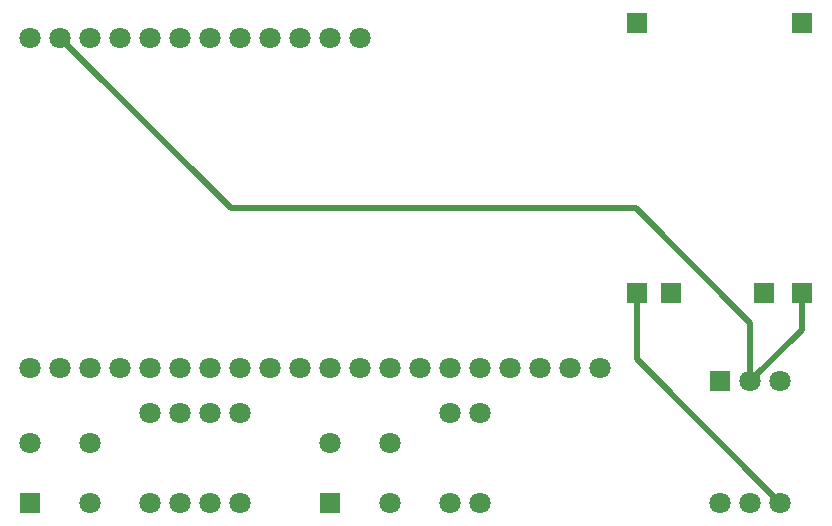
<source format=gtl>
%TF.GenerationSoftware,KiCad,Pcbnew,9.0.0*%
%TF.CreationDate,2025-03-26T13:51:14-07:00*%
%TF.ProjectId,tag_v2,7461675f-7632-42e6-9b69-6361645f7063,v0.4*%
%TF.SameCoordinates,Original*%
%TF.FileFunction,Copper,L1,Top*%
%TF.FilePolarity,Positive*%
%FSLAX46Y46*%
G04 Gerber Fmt 4.6, Leading zero omitted, Abs format (unit mm)*
G04 Created by KiCad (PCBNEW 9.0.0) date 2025-03-26 13:51:14*
%MOMM*%
%LPD*%
G01*
G04 APERTURE LIST*
%TA.AperFunction,ComponentPad*%
%ADD10C,1.800000*%
%TD*%
%TA.AperFunction,ComponentPad*%
%ADD11R,1.800000X1.800000*%
%TD*%
%TA.AperFunction,Conductor*%
%ADD12C,0.500000*%
%TD*%
G04 APERTURE END LIST*
D10*
%TO.P,ESP32_UWB1,1,3V3*%
%TO.N,Net-(ESP32_UWB1-3V3)*%
X115570000Y-111760000D03*
%TO.P,ESP32_UWB1,2,GND*%
%TO.N,unconnected-(ESP32_UWB1-GND-Pad2)*%
X118110000Y-111760000D03*
%TO.P,ESP32_UWB1,3,RST*%
%TO.N,unconnected-(ESP32_UWB1-RST-Pad3)*%
X120650000Y-111760000D03*
%TO.P,ESP32_UWB1,4,GND*%
%TO.N,unconnected-(ESP32_UWB1-GND-Pad4)*%
X123190000Y-111760000D03*
%TO.P,ESP32_UWB1,5,IO2*%
%TO.N,Net-(ESP32_UWB1-IO2)*%
X125730000Y-111760000D03*
%TO.P,ESP32_UWB1,6,IO12*%
%TO.N,Net-(ESP32_UWB1-IO12)*%
X128270000Y-111760000D03*
%TO.P,ESP32_UWB1,7,IO13*%
%TO.N,Net-(ESP32_UWB1-IO13)*%
X130810000Y-111760000D03*
%TO.P,ESP32_UWB1,8,IO14*%
%TO.N,Net-(ESP32_UWB1-IO14)*%
X133350000Y-111760000D03*
%TO.P,ESP32_UWB1,9,IO15*%
%TO.N,unconnected-(ESP32_UWB1-IO15-Pad9)*%
X135890000Y-111760000D03*
%TO.P,ESP32_UWB1,10,IO18*%
%TO.N,unconnected-(ESP32_UWB1-IO18-Pad10)*%
X138430000Y-111760000D03*
%TO.P,ESP32_UWB1,11,IO19*%
%TO.N,unconnected-(ESP32_UWB1-IO19-Pad11)*%
X140970000Y-111760000D03*
%TO.P,ESP32_UWB1,12,IO25*%
%TO.N,unconnected-(ESP32_UWB1-IO25-Pad12)*%
X143510000Y-111760000D03*
%TO.P,ESP32_UWB1,13,IO26*%
%TO.N,unconnected-(ESP32_UWB1-IO26-Pad13)*%
X146050000Y-111760000D03*
%TO.P,ESP32_UWB1,14,IO27*%
%TO.N,unconnected-(ESP32_UWB1-IO27-Pad14)*%
X148590000Y-111760000D03*
%TO.P,ESP32_UWB1,15,IO32*%
%TO.N,Net-(ESP32_UWB1-IO32)*%
X151130000Y-111760000D03*
%TO.P,ESP32_UWB1,16,IO33*%
%TO.N,unconnected-(ESP32_UWB1-IO33-Pad16)*%
X153670000Y-111760000D03*
%TO.P,ESP32_UWB1,17,IO34*%
%TO.N,unconnected-(ESP32_UWB1-IO34-Pad17)*%
X156210000Y-111760000D03*
%TO.P,ESP32_UWB1,18,IO35*%
%TO.N,unconnected-(ESP32_UWB1-IO35-Pad18)*%
X158750000Y-111760000D03*
%TO.P,ESP32_UWB1,19,IO36*%
%TO.N,unconnected-(ESP32_UWB1-IO36-Pad19)*%
X161290000Y-111760000D03*
%TO.P,ESP32_UWB1,20,IO39*%
%TO.N,unconnected-(ESP32_UWB1-IO39-Pad20)*%
X163830000Y-111760000D03*
%TO.P,ESP32_UWB1,21,5V0*%
%TO.N,Net-(5V_DC_DC_Converter1-OUT)*%
X115570000Y-83820000D03*
%TO.P,ESP32_UWB1,22,GND*%
%TO.N,Net-(5V_DC_DC_Converter1-GND)*%
X118110000Y-83820000D03*
%TO.P,ESP32_UWB1,23,IO3*%
%TO.N,unconnected-(ESP32_UWB1-IO3-Pad23)*%
X120650000Y-83820000D03*
%TO.P,ESP32_UWB1,24,IO1*%
%TO.N,unconnected-(ESP32_UWB1-IO1-Pad24)*%
X123190000Y-83820000D03*
%TO.P,ESP32_UWB1,25,IO0*%
%TO.N,unconnected-(ESP32_UWB1-IO0-Pad25)*%
X125730000Y-83820000D03*
%TO.P,ESP32_UWB1,26,IO4*%
%TO.N,unconnected-(ESP32_UWB1-IO4-Pad26)*%
X128270000Y-83820000D03*
%TO.P,ESP32_UWB1,27,IO5*%
%TO.N,unconnected-(ESP32_UWB1-IO5-Pad27)*%
X130810000Y-83820000D03*
%TO.P,ESP32_UWB1,28,IO16*%
%TO.N,unconnected-(ESP32_UWB1-IO16-Pad28)*%
X133350000Y-83820000D03*
%TO.P,ESP32_UWB1,29,IO17*%
%TO.N,unconnected-(ESP32_UWB1-IO17-Pad29)*%
X135890000Y-83820000D03*
%TO.P,ESP32_UWB1,30,IO21*%
%TO.N,unconnected-(ESP32_UWB1-IO21-Pad30)*%
X138430000Y-83820000D03*
%TO.P,ESP32_UWB1,31,IO22*%
%TO.N,unconnected-(ESP32_UWB1-IO22-Pad31)*%
X140970000Y-83820000D03*
%TO.P,ESP32_UWB1,32,IO23*%
%TO.N,unconnected-(ESP32_UWB1-IO23-Pad32)*%
X143510000Y-83820000D03*
%TD*%
%TO.P,R1,1*%
%TO.N,Net-(RGB_LED_SQUARE1-R)*%
X125730000Y-123190000D03*
%TO.P,R1,2*%
%TO.N,Net-(ESP32_UWB1-IO2)*%
X125730000Y-115570000D03*
%TD*%
%TO.P,R2,1*%
%TO.N,Net-(RGB_LED_SQUARE1-G)*%
X128270000Y-123190000D03*
%TO.P,R2,2*%
%TO.N,Net-(ESP32_UWB1-IO12)*%
X128270000Y-115570000D03*
%TD*%
%TO.P,R4,1*%
%TO.N,Net-(RGB_LED_SQUARE2-G)*%
X133350000Y-123190000D03*
%TO.P,R4,2*%
%TO.N,Net-(ESP32_UWB1-IO14)*%
X133350000Y-115570000D03*
%TD*%
%TO.P,R3,1*%
%TO.N,Net-(RGB_LED_SQUARE2-R)*%
X130810000Y-123190000D03*
%TO.P,R3,2*%
%TO.N,Net-(ESP32_UWB1-IO13)*%
X130810000Y-115570000D03*
%TD*%
%TO.P,R6,1*%
%TO.N,Net-(5V_DC_DC_Converter1-GND)*%
X151130000Y-123190000D03*
%TO.P,R6,2*%
%TO.N,Net-(ESP32_UWB1-IO32)*%
X151130000Y-115570000D03*
%TD*%
%TO.P,ON_OFF_SWITCH1,1*%
%TO.N,unconnected-(ON_OFF_SWITCH1-Pad1)*%
X173990000Y-123190000D03*
%TO.P,ON_OFF_SWITCH1,2*%
%TO.N,Net-(5V_DC_DC_Converter1-IN)*%
X176530000Y-123190000D03*
%TO.P,ON_OFF_SWITCH1,3*%
%TO.N,Net-(Battery_Charger1-OUT+)*%
X179070000Y-123190000D03*
%TD*%
D11*
%TO.P,RGB_LED_SQUARE1,1,VCC*%
%TO.N,Net-(ESP32_UWB1-3V3)*%
X115570000Y-123190000D03*
D10*
%TO.P,RGB_LED_SQUARE1,2,R*%
%TO.N,Net-(RGB_LED_SQUARE1-R)*%
X115570000Y-118110000D03*
%TO.P,RGB_LED_SQUARE1,3,G*%
%TO.N,Net-(RGB_LED_SQUARE1-G)*%
X120650000Y-118110000D03*
%TO.P,RGB_LED_SQUARE1,4,B*%
%TO.N,unconnected-(RGB_LED_SQUARE1-B-Pad4)*%
X120650000Y-123190000D03*
%TD*%
%TO.P,R5,1*%
%TO.N,Net-(5V_DC_DC_Converter1-IN)*%
X153670000Y-123190000D03*
%TO.P,R5,2*%
%TO.N,Net-(ESP32_UWB1-IO32)*%
X153670000Y-115570000D03*
%TD*%
D11*
%TO.P,RGB_LED_SQUARE2,1,VCC*%
%TO.N,Net-(ESP32_UWB1-3V3)*%
X140970000Y-123190000D03*
D10*
%TO.P,RGB_LED_SQUARE2,2,R*%
%TO.N,Net-(RGB_LED_SQUARE2-R)*%
X140970000Y-118110000D03*
%TO.P,RGB_LED_SQUARE2,3,G*%
%TO.N,Net-(RGB_LED_SQUARE2-G)*%
X146050000Y-118110000D03*
%TO.P,RGB_LED_SQUARE2,4,B*%
%TO.N,unconnected-(RGB_LED_SQUARE2-B-Pad4)*%
X146050000Y-123190000D03*
%TD*%
D11*
%TO.P,5V_DC_DC_Converter1,1,IN*%
%TO.N,Net-(5V_DC_DC_Converter1-IN)*%
X173990000Y-112900000D03*
D10*
%TO.P,5V_DC_DC_Converter1,2,GND*%
%TO.N,Net-(5V_DC_DC_Converter1-GND)*%
X176530000Y-112900000D03*
%TO.P,5V_DC_DC_Converter1,3,OUT*%
%TO.N,Net-(5V_DC_DC_Converter1-OUT)*%
X179070000Y-112900000D03*
%TD*%
D11*
%TO.P,Battery_Charger1,1,+*%
%TO.N,unconnected-(Battery_Charger1-+-Pad1)*%
X166905000Y-82550000D03*
%TO.P,Battery_Charger1,2,-*%
%TO.N,unconnected-(Battery_Charger1---Pad2)*%
X180875000Y-82550000D03*
%TO.P,Battery_Charger1,3,OUT+*%
%TO.N,Net-(Battery_Charger1-OUT+)*%
X166905000Y-105410000D03*
%TO.P,Battery_Charger1,4,B+*%
%TO.N,unconnected-(Battery_Charger1-B+-Pad4)*%
X169805000Y-105410000D03*
%TO.P,Battery_Charger1,5,B-*%
%TO.N,unconnected-(Battery_Charger1-B--Pad5)*%
X177675000Y-105410000D03*
%TO.P,Battery_Charger1,6,OUT-*%
%TO.N,Net-(5V_DC_DC_Converter1-GND)*%
X180875000Y-105410000D03*
%TD*%
D12*
%TO.N,Net-(Battery_Charger1-OUT+)*%
X179070000Y-123190000D02*
X166905000Y-111025000D01*
X166905000Y-111025000D02*
X166905000Y-105410000D01*
%TO.N,Net-(5V_DC_DC_Converter1-GND)*%
X176530000Y-107950000D02*
X166823738Y-98243738D01*
X176530000Y-112900000D02*
X176530000Y-107950000D01*
X180875000Y-105410000D02*
X180875000Y-108555000D01*
X132533738Y-98243738D02*
X118110000Y-83820000D01*
X166823738Y-98243738D02*
X132533738Y-98243738D01*
X180875000Y-108555000D02*
X176530000Y-112900000D01*
%TD*%
M02*

</source>
